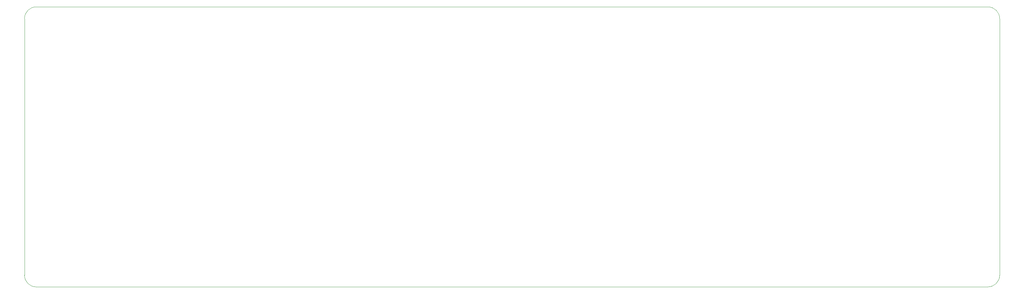
<source format=gbr>
G04 #@! TF.GenerationSoftware,KiCad,Pcbnew,(5.1.2)-2*
G04 #@! TF.CreationDate,2020-02-09T21:54:55+10:00*
G04 #@! TF.ProjectId,AbacusPCB,41626163-7573-4504-9342-2e6b69636164,rev?*
G04 #@! TF.SameCoordinates,Original*
G04 #@! TF.FileFunction,Profile,NP*
%FSLAX46Y46*%
G04 Gerber Fmt 4.6, Leading zero omitted, Abs format (unit mm)*
G04 Created by KiCad (PCBNEW (5.1.2)-2) date 2020-02-09 21:54:55*
%MOMM*%
%LPD*%
G04 APERTURE LIST*
%ADD10C,0.050000*%
G04 APERTURE END LIST*
D10*
X87312500Y-184943750D02*
X344487500Y-184943750D01*
X84137500Y-163512500D02*
X84137500Y-181768750D01*
X84137500Y-181768750D02*
G75*
G03X87312500Y-184943750I3175000J0D01*
G01*
X87312500Y-108743750D02*
X88106250Y-108743750D01*
X84137500Y-111918750D02*
X84137500Y-130968750D01*
X84137500Y-130968750D02*
X84137500Y-163512500D01*
X84137500Y-123825000D02*
X84137500Y-123825000D01*
X84137500Y-123825000D02*
X84137500Y-123825000D01*
X346075000Y-108743750D02*
X344487500Y-108743750D01*
X349250000Y-113506250D02*
X349250000Y-111918750D01*
X346075000Y-184943750D02*
X344487500Y-184943750D01*
X349250000Y-180181250D02*
X349250000Y-181768750D01*
X349250000Y-181768750D02*
G75*
G02X346075000Y-184943750I-3175000J0D01*
G01*
X346075000Y-108743750D02*
G75*
G02X349250000Y-111918750I0J-3175000D01*
G01*
X84137500Y-111918750D02*
G75*
G02X87312500Y-108743750I3175000J0D01*
G01*
X84137500Y-123825000D02*
X84137500Y-123825000D01*
X88106250Y-108743750D02*
X344487500Y-108743750D01*
X349250000Y-113506250D02*
X349250000Y-180181250D01*
M02*

</source>
